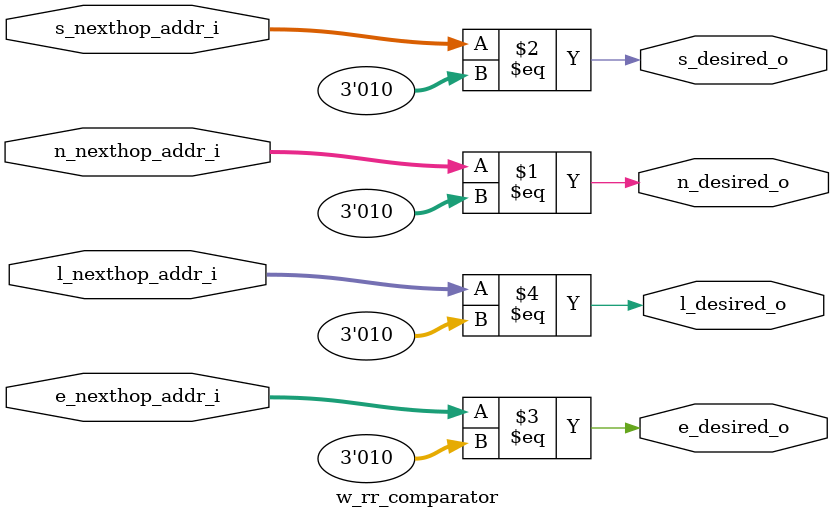
<source format=sv>

module w_rr_comparator (

input [2:0] n_nexthop_addr_i,
input [2:0] s_nexthop_addr_i,
input [2:0] e_nexthop_addr_i,
input [2:0] l_nexthop_addr_i,

output n_desired_o,
output s_desired_o,
output e_desired_o,
output l_desired_o

);

assign n_desired_o = (n_nexthop_addr_i == 3'b010); 
assign s_desired_o = (s_nexthop_addr_i == 3'b010); 
assign e_desired_o = (e_nexthop_addr_i == 3'b010); 
assign l_desired_o = (l_nexthop_addr_i == 3'b010); 

endmodule

</source>
